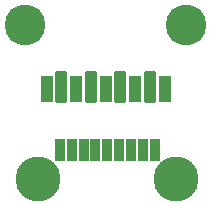
<source format=gts>
%TF.GenerationSoftware,KiCad,Pcbnew,7.0.0-da2b9df05c~163~ubuntu22.04.1*%
%TF.CreationDate,2023-02-27T17:45:44+00:00*%
%TF.ProjectId,straightusb3,73747261-6967-4687-9475-7362332e6b69,rev?*%
%TF.SameCoordinates,Original*%
%TF.FileFunction,Soldermask,Top*%
%TF.FilePolarity,Negative*%
%FSLAX46Y46*%
G04 Gerber Fmt 4.6, Leading zero omitted, Abs format (unit mm)*
G04 Created by KiCad (PCBNEW 7.0.0-da2b9df05c~163~ubuntu22.04.1) date 2023-02-27 17:45:44*
%MOMM*%
%LPD*%
G01*
G04 APERTURE LIST*
G04 Aperture macros list*
%AMRoundRect*
0 Rectangle with rounded corners*
0 $1 Rounding radius*
0 $2 $3 $4 $5 $6 $7 $8 $9 X,Y pos of 4 corners*
0 Add a 4 corners polygon primitive as box body*
4,1,4,$2,$3,$4,$5,$6,$7,$8,$9,$2,$3,0*
0 Add four circle primitives for the rounded corners*
1,1,$1+$1,$2,$3*
1,1,$1+$1,$4,$5*
1,1,$1+$1,$6,$7*
1,1,$1+$1,$8,$9*
0 Add four rect primitives between the rounded corners*
20,1,$1+$1,$2,$3,$4,$5,0*
20,1,$1+$1,$4,$5,$6,$7,0*
20,1,$1+$1,$6,$7,$8,$9,0*
20,1,$1+$1,$8,$9,$2,$3,0*%
G04 Aperture macros list end*
%ADD10C,0.005000*%
%ADD11RoundRect,0.002000X0.450000X1.300000X-0.450000X1.300000X-0.450000X-1.300000X0.450000X-1.300000X0*%
%ADD12RoundRect,0.002000X0.450000X1.075000X-0.450000X1.075000X-0.450000X-1.075000X0.450000X-1.075000X0*%
%ADD13C,3.442000*%
%ADD14RoundRect,0.002000X-0.350000X-0.900000X0.350000X-0.900000X0.350000X0.900000X-0.350000X0.900000X0*%
%ADD15C,3.804000*%
G04 APERTURE END LIST*
D10*
%TO.C,J2*%
X161218000Y-98641000D03*
X154418000Y-98641000D03*
D11*
X161568000Y-103861000D03*
X159068000Y-103861000D03*
X156568000Y-103861000D03*
X154068000Y-103861000D03*
D12*
X152818000Y-104086000D03*
X155318000Y-104086000D03*
X157818000Y-104086000D03*
X160318000Y-104086000D03*
X162818000Y-104086000D03*
D13*
X164618000Y-98641000D03*
X151018000Y-98641000D03*
%TD*%
D10*
%TO.C,J1*%
X155702000Y-111633000D03*
X160202000Y-111633000D03*
D14*
X160952000Y-109183000D03*
X158952000Y-109183000D03*
X156952000Y-109183000D03*
X154952000Y-109183000D03*
X153952000Y-109183000D03*
X155952000Y-109183000D03*
X157952000Y-109183000D03*
X159952000Y-109183000D03*
X161952000Y-109183000D03*
D15*
X152102000Y-111633000D03*
X163802000Y-111633000D03*
%TD*%
M02*

</source>
